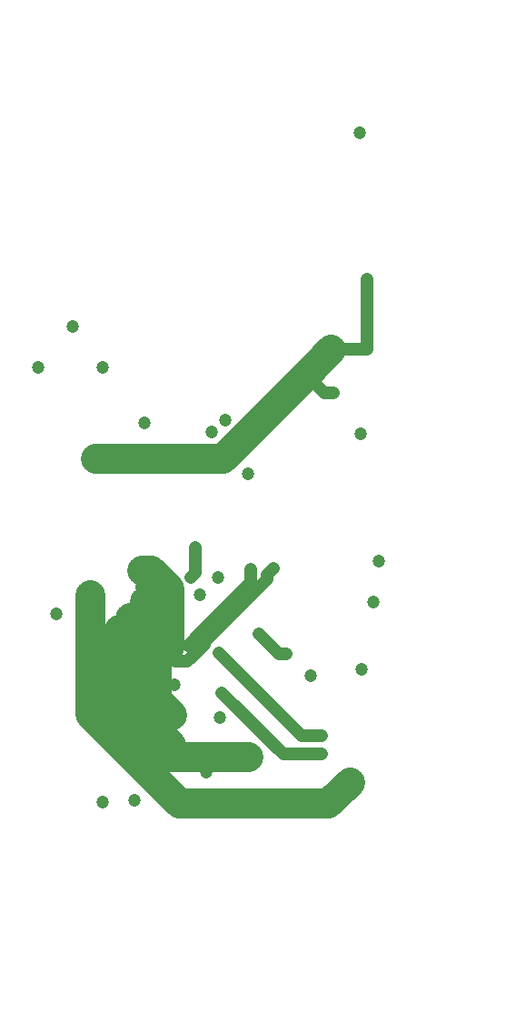
<source format=gbr>
From 0e25682ed73ead8da26ea8659492bd5bce3cfe64 Mon Sep 17 00:00:00 2001
From: jaseg <git@jaseg.net>
Date: Sat, 11 Apr 2020 15:45:32 +0200
Subject: Add gerber export

---
 gerber/remote-B_Cu.gbr | 1204 ++++++++++++++++++++++++++++--------------------
 1 file changed, 707 insertions(+), 497 deletions(-)

(limited to 'gerber/remote-B_Cu.gbr')

diff --git a/gerber/remote-B_Cu.gbr b/gerber/remote-B_Cu.gbr
index 0511342..809f3b7 100644
--- a/gerber/remote-B_Cu.gbr
+++ b/gerber/remote-B_Cu.gbr
@@ -1,12 +1,12 @@
 G04 #@! TF.GenerationSoftware,KiCad,Pcbnew,(5.99.0-52-gefbc802f4)*
-G04 #@! TF.CreationDate,2019-10-28T15:02:11+01:00*
+G04 #@! TF.CreationDate,2019-11-04T16:58:42+01:00*
 G04 #@! TF.ProjectId,remote,72656d6f-7465-42e6-9b69-6361645f7063,rev?*
 G04 #@! TF.SameCoordinates,Original*
 G04 #@! TF.FileFunction,Copper,L2,Bot*
 G04 #@! TF.FilePolarity,Positive*
 %FSLAX46Y46*%
 G04 Gerber Fmt 4.6, Leading zero omitted, Abs format (unit mm)*
-G04 Created by KiCad (PCBNEW (5.99.0-52-gefbc802f4)) date 2019-10-28 15:02:11*
+G04 Created by KiCad (PCBNEW (5.99.0-52-gefbc802f4)) date 2019-11-04 16:58:42*
 %MOMM*%
 %LPD*%
 G04 APERTURE LIST*
@@ -20,10 +20,10 @@ G04 APERTURE LIST*
 %ADD17R,1.700000X1.700000*%
 %ADD18C,1.800000*%
 %ADD19C,1.200000*%
-%ADD20C,2.800000*%
-%ADD21C,0.500000*%
-%ADD22C,0.300000*%
-%ADD23C,1.200000*%
+%ADD20C,0.500000*%
+%ADD21C,1.200000*%
+%ADD22C,2.800000*%
+%ADD23C,0.300000*%
 %ADD24C,0.254000*%
 G04 APERTURE END LIST*
 D10*
@@ -90,175 +90,175 @@ D15*
 X192710000Y-138070000D03*
 X192710000Y-124930000D03*
 D19*
-X181700000Y-107300000D03*
-X163800000Y-123800000D03*
-X166318018Y-130961882D03*
-X171000000Y-131500000D03*
-X168100000Y-130800000D03*
-X164063997Y-110063997D03*
-X168200000Y-113400000D03*
-X155900000Y-127900000D03*
-X160200000Y-145400000D03*
-X163100000Y-145200000D03*
-X169800000Y-142600000D03*
-X171100000Y-137500000D03*
-X166900000Y-134500000D03*
-X170900000Y-124500000D03*
-X169200000Y-126100000D03*
-X179525000Y-133600000D03*
-X174700000Y-129700000D03*
-X177300000Y-131600000D03*
-X184300000Y-133000000D03*
-X185900000Y-123000000D03*
-X185400000Y-126800000D03*
-X184200000Y-111100000D03*
-X184100000Y-83100000D03*
-X157400000Y-101100000D03*
-X160200000Y-104900000D03*
-X154200000Y-104900000D03*
-X170300000Y-110900000D03*
-X171600000Y-109800000D03*
-X173700000Y-114800000D03*
-X163700019Y-136245241D03*
-X162749990Y-128200000D03*
-X164550041Y-125363202D03*
-X163700000Y-129300000D03*
-X161669098Y-129288137D03*
+X176100000Y-123600000D03*
+X174000000Y-123700000D03*
+X180600000Y-140900000D03*
+X180600000Y-139200000D03*
+X171300000Y-135200000D03*
+X168800000Y-121700000D03*
+X168400000Y-124500000D03*
 D12*
-X159000000Y-126100000D03*
+X183200000Y-143500000D03*
+X184850000Y-96750000D03*
+X159500000Y-113400000D03*
 D19*
-X165237067Y-137556111D03*
-X166605670Y-137261219D03*
-X166950011Y-132300000D03*
-X166521759Y-140078241D03*
-X164099049Y-126701216D03*
 X173700000Y-141200000D03*
+X164099049Y-126701216D03*
+X166521759Y-140078241D03*
+X166950011Y-132300000D03*
+X166605670Y-137261219D03*
+X165237067Y-137556111D03*
 D12*
-X159500000Y-113400000D03*
-X184850000Y-96750000D03*
-X183200000Y-143500000D03*
+X159000000Y-126100000D03*
 D19*
-X168400000Y-124500000D03*
-X168800000Y-121700000D03*
-X171300000Y-135200000D03*
-X180600000Y-139200000D03*
-X180600000Y-140900000D03*
-X174000000Y-123700000D03*
-X176100000Y-123600000D03*
+X161669098Y-129288137D03*
+X163700000Y-129300000D03*
+X164550041Y-125363202D03*
+X162749990Y-128200000D03*
+X163700019Y-136245241D03*
+X173700000Y-114800000D03*
+X171600000Y-109800000D03*
+X170300000Y-110900000D03*
+X154200000Y-104900000D03*
+X160200000Y-104900000D03*
+X157400000Y-101100000D03*
+X184100000Y-83100000D03*
+X184200000Y-111100000D03*
+X185400000Y-126800000D03*
+X185900000Y-123000000D03*
+X184300000Y-133000000D03*
+X177300000Y-131600000D03*
+X174700000Y-129700000D03*
+X179525000Y-133600000D03*
+X169200000Y-126100000D03*
+X170900000Y-124500000D03*
+X166900000Y-134500000D03*
+X171100000Y-137500000D03*
+X169800000Y-142600000D03*
+X163100000Y-145200000D03*
+X160200000Y-145400000D03*
+X155900000Y-127900000D03*
+X168200000Y-113400000D03*
+X164063997Y-110063997D03*
+X168100000Y-130800000D03*
+X171000000Y-131500000D03*
+X166318018Y-130961882D03*
+X163800000Y-123800000D03*
+X181700000Y-107300000D03*
 D20*
-X179106499Y-105606499D02*
-X171312998Y-113400000D01*
-X181462998Y-103250000D02*
-X179106499Y-105606499D01*
+X177000000Y-140900000D02*
+X171899999Y-135799999D01*
+X171899999Y-135799999D02*
+X171300000Y-135200000D01*
+X180600000Y-140900000D02*
+X177000000Y-140900000D01*
 D21*
-X180800000Y-107300000D02*
-X179106499Y-105606499D01*
-X181700000Y-107300000D02*
-X180800000Y-107300000D01*
+X168800000Y-121700000D02*
+X168800000Y-124100000D01*
+X168800000Y-124100000D02*
+X168400000Y-124500000D01*
 D22*
-X166318018Y-125469490D02*
-X164648528Y-123800000D01*
-X164648528Y-123800000D02*
-X163800000Y-123800000D01*
-X166318018Y-130961882D02*
-X166318018Y-125469490D01*
-X164650029Y-136969073D02*
-X164650029Y-127252196D01*
-X165237067Y-137556111D02*
-X164650029Y-136969073D01*
-X164650029Y-127252196D02*
-X164099049Y-126701216D01*
-D21*
-X180600000Y-139200000D02*
-X178700000Y-139200000D01*
-X178700000Y-139200000D02*
-X171599999Y-132099999D01*
-X171599999Y-132099999D02*
-X171000000Y-131500000D01*
-X169624998Y-130531998D02*
-X169624998Y-130731998D01*
-X175500001Y-124199999D02*
-X175500001Y-124656995D01*
-X167798539Y-132300000D02*
-X166950011Y-132300000D01*
-X175500001Y-124656995D02*
-X169624998Y-130531998D01*
-X176100000Y-123600000D02*
-X175500001Y-124199999D01*
-X169624998Y-130731998D02*
-X168056996Y-132300000D01*
-X168056996Y-132300000D02*
-X167798539Y-132300000D01*
-X174000000Y-123700000D02*
-X174000000Y-124900000D01*
-X174000000Y-124900000D02*
-X168100000Y-130800000D01*
+X184850000Y-96750000D02*
+X184850000Y-103250000D01*
+X184850000Y-103250000D02*
+X181462998Y-103250000D01*
+D23*
+X161669098Y-136569098D02*
+X161669098Y-130136665D01*
+X161669098Y-130136665D02*
+X161669098Y-129288137D01*
+X166300000Y-141200000D02*
+X161669098Y-136569098D01*
+X173700000Y-141200000D02*
+X166300000Y-141200000D01*
+X163700000Y-136245222D02*
+X163700019Y-136245241D01*
+X163700000Y-129300000D02*
+X163700000Y-136245222D01*
+X165921760Y-139478242D02*
+X165557689Y-139478242D01*
+X166521759Y-140078241D02*
+X165921760Y-139478242D01*
+X165557689Y-139478242D02*
+X162749990Y-136670543D01*
+X162749990Y-136670543D02*
+X162749990Y-129048528D01*
+X162749990Y-129048528D02*
+X162749990Y-128200000D01*
+X165150040Y-125963201D02*
+X164550041Y-125363202D01*
+X166605670Y-137261219D02*
+X165150040Y-135805589D01*
+X165150040Y-135805589D02*
+X165150040Y-125963201D01*
 D20*
-X168200000Y-113400000D02*
-X159500000Y-113400000D01*
-X171312998Y-113400000D02*
-X168200000Y-113400000D01*
-X181200000Y-145500000D02*
-X167300000Y-145500000D01*
-X183200000Y-143500000D02*
-X181200000Y-145500000D01*
-X167300000Y-145500000D02*
-X159000000Y-137200000D01*
-X159000000Y-137200000D02*
-X159000000Y-127514213D01*
-X159000000Y-127514213D02*
-X159000000Y-126100000D01*
-D21*
-X176600000Y-131600000D02*
-X174700000Y-129700000D01*
 X177300000Y-131600000D02*
 X176600000Y-131600000D01*
+X176600000Y-131600000D02*
+X174700000Y-129700000D01*
 D22*
-X165150040Y-135805589D02*
-X165150040Y-125963201D01*
-X166605670Y-137261219D02*
-X165150040Y-135805589D01*
-X165150040Y-125963201D02*
-X164550041Y-125363202D01*
-X162749990Y-129048528D02*
-X162749990Y-128200000D01*
-X162749990Y-136670543D02*
-X162749990Y-129048528D01*
-X165557689Y-139478242D02*
-X162749990Y-136670543D01*
-X166521759Y-140078241D02*
-X165921760Y-139478242D01*
-X165921760Y-139478242D02*
-X165557689Y-139478242D01*
-X163700000Y-129300000D02*
-X163700000Y-136245222D01*
-X163700000Y-136245222D02*
-X163700019Y-136245241D01*
-X173700000Y-141200000D02*
-X166300000Y-141200000D01*
-X166300000Y-141200000D02*
-X161669098Y-136569098D01*
-X161669098Y-130136665D02*
-X161669098Y-129288137D01*
-X161669098Y-136569098D02*
-X161669098Y-130136665D01*
+X159000000Y-127514213D02*
+X159000000Y-126100000D01*
+X159000000Y-137200000D02*
+X159000000Y-127514213D01*
+X167300000Y-145500000D02*
+X159000000Y-137200000D01*
+X183200000Y-143500000D02*
+X181200000Y-145500000D01*
+X181200000Y-145500000D02*
+X167300000Y-145500000D01*
+X171312998Y-113400000D02*
+X168200000Y-113400000D01*
+X168200000Y-113400000D02*
+X159500000Y-113400000D01*
 D20*
-X184850000Y-103250000D02*
-X181462998Y-103250000D01*
-X184850000Y-96750000D02*
-X184850000Y-103250000D01*
+X174000000Y-124900000D02*
+X168100000Y-130800000D01*
+X174000000Y-123700000D02*
+X174000000Y-124900000D01*
+X168056996Y-132300000D02*
+X167798539Y-132300000D01*
+X169624998Y-130731998D02*
+X168056996Y-132300000D01*
+X176100000Y-123600000D02*
+X175500001Y-124199999D01*
+X175500001Y-124656995D02*
+X169624998Y-130531998D01*
+X167798539Y-132300000D02*
+X166950011Y-132300000D01*
+X175500001Y-124199999D02*
+X175500001Y-124656995D01*
+X169624998Y-130531998D02*
+X169624998Y-130731998D01*
+X171599999Y-132099999D02*
+X171000000Y-131500000D01*
+X178700000Y-139200000D02*
+X171599999Y-132099999D01*
+X180600000Y-139200000D02*
+X178700000Y-139200000D01*
 D23*
-X168800000Y-124100000D02*
-X168400000Y-124500000D01*
-X168800000Y-121700000D02*
-X168800000Y-124100000D01*
-D21*
-X180600000Y-140900000D02*
-X177000000Y-140900000D01*
-X171899999Y-135799999D02*
-X171300000Y-135200000D01*
-X177000000Y-140900000D02*
-X171899999Y-135799999D01*
+X164650029Y-127252196D02*
+X164099049Y-126701216D01*
+X165237067Y-137556111D02*
+X164650029Y-136969073D01*
+X164650029Y-136969073D02*
+X164650029Y-127252196D01*
+X166318018Y-130961882D02*
+X166318018Y-125469490D01*
+X164648528Y-123800000D02*
+X163800000Y-123800000D01*
+X166318018Y-125469490D02*
+X164648528Y-123800000D01*
+D20*
+X181700000Y-107300000D02*
+X180800000Y-107300000D01*
+X180800000Y-107300000D02*
+X179106499Y-105606499D01*
+D22*
+X181462998Y-103250000D02*
+X179106499Y-105606499D01*
+X179106499Y-105606499D02*
+X171312998Y-113400000D01*
 D24*
 G36*
 X191513768Y-73156514D02*
@@ -301,21 +301,21 @@ X157344663Y-161791507D01*
 X157432702Y-161499906D01*
 X157480456Y-161198399D01*
 X157481183Y-161128898D01*
-X179764496Y-161128898D01*
-X179802672Y-161431098D01*
-X179881510Y-161725321D01*
-X179999547Y-162006122D01*
-X180154602Y-162268307D01*
-X180343805Y-162507021D01*
-X180563655Y-162717849D01*
-X180810083Y-162896890D01*
-X181078530Y-163040830D01*
-X181364028Y-163147006D01*
-X181661294Y-163213452D01*
-X181964828Y-163238941D01*
-X182269012Y-163223000D01*
-X182568220Y-163165923D01*
-X182853247Y-163070000D01*
+X180014496Y-161128898D01*
+X180052672Y-161431098D01*
+X180131510Y-161725321D01*
+X180249547Y-162006122D01*
+X180404602Y-162268307D01*
+X180593805Y-162507021D01*
+X180813655Y-162717849D01*
+X181060083Y-162896890D01*
+X181328530Y-163040830D01*
+X181614028Y-163147006D01*
+X181911294Y-163213452D01*
+X182214828Y-163238941D01*
+X182519012Y-163223000D01*
+X182818220Y-163165923D01*
+X183103247Y-163070000D01*
 X190570789Y-163070000D01*
 X190591608Y-163367721D01*
 X190653658Y-163659646D01*
@@ -344,16 +344,16 @@ X190755734Y-162199905D01*
 X190653658Y-162480354D01*
 X190591608Y-162772279D01*
 X190570789Y-163070000D01*
-X182853247Y-163070000D01*
-X182856911Y-163068767D01*
-X183129747Y-162933330D01*
-X183381678Y-162762119D01*
-X183608041Y-162558300D01*
-X183804649Y-162325646D01*
-X183967863Y-162068463D01*
-X184094663Y-161791507D01*
-X184182702Y-161499906D01*
-X184187390Y-161470307D01*
+X183103247Y-163070000D01*
+X183106911Y-163068767D01*
+X183379747Y-162933330D01*
+X183631678Y-162762119D01*
+X183858041Y-162558300D01*
+X184054649Y-162325646D01*
+X184217863Y-162068463D01*
+X184344663Y-161791507D01*
+X184432702Y-161499906D01*
+X184437390Y-161470307D01*
 X191291326Y-161470307D01*
 X192710000Y-162888981D01*
 X194139106Y-161459875D01*
@@ -367,16 +367,16 @@ X192048948Y-161035489D01*
 X191772231Y-161147290D01*
 X191513768Y-161296514D01*
 X191291326Y-161470307D01*
-X184187390Y-161470307D01*
-X184230456Y-161198399D01*
-X184234122Y-160848356D01*
-X184192692Y-160545916D01*
-X184110780Y-160252534D01*
-X183989808Y-159972984D01*
-X183832015Y-159712438D01*
-X183640323Y-159475718D01*
-X183418277Y-159267204D01*
-X183308201Y-159188976D01*
+X184437390Y-161470307D01*
+X184480456Y-161198399D01*
+X184484122Y-160848356D01*
+X184442692Y-160545916D01*
+X184360780Y-160252534D01*
+X184239808Y-159972984D01*
+X184082015Y-159712438D01*
+X183890323Y-159475718D01*
+X183668277Y-159267204D01*
+X183558201Y-159188976D01*
 X188558163Y-159188976D01*
 X188558163Y-160816588D01*
 X188638795Y-161117512D01*
@@ -443,24 +443,24 @@ X188882489Y-158638795D01*
 X188706835Y-158786185D01*
 X188595044Y-158979814D01*
 X188558163Y-159188976D01*
-X183308201Y-159188976D01*
-X183169988Y-159090753D01*
-X182900049Y-158949633D01*
-X182613454Y-158846452D01*
-X182315509Y-158783121D01*
-X182011724Y-158760813D01*
-X181707723Y-158779939D01*
-X181409131Y-158840147D01*
-X181121472Y-158940319D01*
-X180850070Y-159078606D01*
-X180599946Y-159252446D01*
-X180375729Y-159458624D01*
-X180181568Y-159693324D01*
-X180021057Y-159952203D01*
-X179897163Y-160230471D01*
-X179812183Y-160522979D01*
-X179767685Y-160824313D01*
-X179764496Y-161128898D01*
+X183558201Y-159188976D01*
+X183419988Y-159090753D01*
+X183150049Y-158949633D01*
+X182863454Y-158846452D01*
+X182565509Y-158783121D01*
+X182261724Y-158760813D01*
+X181957723Y-158779939D01*
+X181659131Y-158840147D01*
+X181371472Y-158940319D01*
+X181100070Y-159078606D01*
+X180849946Y-159252446D01*
+X180625729Y-159458624D01*
+X180431568Y-159693324D01*
+X180271057Y-159952203D01*
+X180147163Y-160230471D01*
+X180062183Y-160522979D01*
+X180017685Y-160824313D01*
+X180014496Y-161128898D01*
 X157481183Y-161128898D01*
 X157484122Y-160848356D01*
 X157442692Y-160545916D01*
@@ -691,6 +691,55 @@ X166906835Y-148236185D01*
 X166795044Y-148429814D01*
 X166758163Y-148638976D01*
 X151884000Y-148638976D01*
+X151884000Y-144128898D01*
+X153014496Y-144128898D01*
+X153052672Y-144431098D01*
+X153131510Y-144725321D01*
+X153249547Y-145006122D01*
+X153404602Y-145268307D01*
+X153593805Y-145507021D01*
+X153813655Y-145717849D01*
+X154060083Y-145896890D01*
+X154328530Y-146040830D01*
+X154614028Y-146147006D01*
+X154911294Y-146213452D01*
+X155214828Y-146238941D01*
+X155519012Y-146223000D01*
+X155818220Y-146165923D01*
+X156106911Y-146068767D01*
+X156379747Y-145933330D01*
+X156631678Y-145762119D01*
+X156858041Y-145558300D01*
+X157054649Y-145325646D01*
+X157217863Y-145068463D01*
+X157344663Y-144791507D01*
+X157432702Y-144499906D01*
+X157480456Y-144198399D01*
+X157484122Y-143848356D01*
+X157442692Y-143545916D01*
+X157360780Y-143252534D01*
+X157239808Y-142972984D01*
+X157082015Y-142712438D01*
+X156890323Y-142475718D01*
+X156668277Y-142267204D01*
+X156419988Y-142090753D01*
+X156150049Y-141949633D01*
+X155863454Y-141846452D01*
+X155565509Y-141783121D01*
+X155261724Y-141760813D01*
+X154957723Y-141779939D01*
+X154659131Y-141840147D01*
+X154371472Y-141940319D01*
+X154100070Y-142078606D01*
+X153849946Y-142252446D01*
+X153625729Y-142458624D01*
+X153431568Y-142693324D01*
+X153271057Y-142952203D01*
+X153147163Y-143230471D01*
+X153062183Y-143522979D01*
+X153017685Y-143824313D01*
+X153014496Y-144128898D01*
+X151884000Y-144128898D01*
 X151884000Y-137114482D01*
 X156959579Y-137114482D01*
 X156966000Y-137250632D01*
@@ -748,6 +797,55 @@ X182655373Y-146921136D01*
 X184703323Y-144873186D01*
 X184876960Y-144665519D01*
 X185056853Y-144350134D01*
+X185135197Y-144128898D01*
+X193014496Y-144128898D01*
+X193052672Y-144431098D01*
+X193131510Y-144725321D01*
+X193249547Y-145006122D01*
+X193404602Y-145268307D01*
+X193593805Y-145507021D01*
+X193813655Y-145717849D01*
+X194060083Y-145896890D01*
+X194328530Y-146040830D01*
+X194614028Y-146147006D01*
+X194911294Y-146213452D01*
+X195214828Y-146238941D01*
+X195519012Y-146223000D01*
+X195818220Y-146165923D01*
+X196106911Y-146068767D01*
+X196379747Y-145933330D01*
+X196631678Y-145762119D01*
+X196858041Y-145558300D01*
+X197054649Y-145325646D01*
+X197217863Y-145068463D01*
+X197344663Y-144791507D01*
+X197432702Y-144499906D01*
+X197480456Y-144198399D01*
+X197484122Y-143848356D01*
+X197442692Y-143545916D01*
+X197360780Y-143252534D01*
+X197239808Y-142972984D01*
+X197082015Y-142712438D01*
+X196890323Y-142475718D01*
+X196668277Y-142267204D01*
+X196419988Y-142090753D01*
+X196150049Y-141949633D01*
+X195863454Y-141846452D01*
+X195565509Y-141783121D01*
+X195261724Y-141760813D01*
+X194957723Y-141779939D01*
+X194659131Y-141840147D01*
+X194371472Y-141940319D01*
+X194100070Y-142078606D01*
+X193849946Y-142252446D01*
+X193625729Y-142458624D01*
+X193431568Y-142693324D01*
+X193271057Y-142952203D01*
+X193147163Y-143230471D01*
+X193062183Y-143522979D01*
+X193017685Y-143824313D01*
+X193014496Y-144128898D01*
+X185135197Y-144128898D01*
 X185178053Y-144007879D01*
 X185236728Y-143649569D01*
 X185231025Y-143286531D01*
@@ -1676,6 +1774,55 @@ X152485756Y-121542582D01*
 X152252475Y-121658130D01*
 X152056672Y-121800652D01*
 X151884000Y-121800652D01*
+X151884000Y-119128898D01*
+X193014496Y-119128898D01*
+X193052672Y-119431098D01*
+X193131510Y-119725321D01*
+X193249547Y-120006122D01*
+X193404602Y-120268307D01*
+X193593805Y-120507021D01*
+X193813655Y-120717849D01*
+X194060083Y-120896890D01*
+X194328530Y-121040830D01*
+X194614028Y-121147006D01*
+X194911294Y-121213452D01*
+X195214828Y-121238941D01*
+X195519012Y-121223000D01*
+X195818220Y-121165923D01*
+X196106911Y-121068767D01*
+X196379747Y-120933330D01*
+X196631678Y-120762119D01*
+X196858041Y-120558300D01*
+X197054649Y-120325646D01*
+X197217863Y-120068463D01*
+X197344663Y-119791507D01*
+X197432702Y-119499906D01*
+X197480456Y-119198399D01*
+X197484122Y-118848356D01*
+X197442692Y-118545916D01*
+X197360780Y-118252534D01*
+X197239808Y-117972984D01*
+X197082015Y-117712438D01*
+X196890323Y-117475718D01*
+X196668277Y-117267204D01*
+X196419988Y-117090753D01*
+X196150049Y-116949633D01*
+X195863454Y-116846452D01*
+X195565509Y-116783121D01*
+X195261724Y-116760813D01*
+X194957723Y-116779939D01*
+X194659131Y-116840147D01*
+X194371472Y-116940319D01*
+X194100070Y-117078606D01*
+X193849946Y-117252446D01*
+X193625729Y-117458624D01*
+X193431568Y-117693324D01*
+X193271057Y-117952203D01*
+X193147163Y-118230471D01*
+X193062183Y-118522979D01*
+X193017685Y-118824313D01*
+X193014496Y-119128898D01*
+X151884000Y-119128898D01*
 X151884000Y-118109459D01*
 X170521560Y-118109459D01*
 X170876235Y-118320887D01*
@@ -2370,7 +2517,59 @@ X163744835Y-103824185D01*
 X163633044Y-104017814D01*
 X163596163Y-104226976D01*
 X151884000Y-104226976D01*
-X151884000Y-89669693D01*
+X151884000Y-98126000D01*
+X180552191Y-98126000D01*
+X181876000Y-96802191D01*
+X181876000Y-94128898D01*
+X193014496Y-94128898D01*
+X193052672Y-94431098D01*
+X193131510Y-94725321D01*
+X193249547Y-95006122D01*
+X193404602Y-95268307D01*
+X193593805Y-95507021D01*
+X193813655Y-95717849D01*
+X194060083Y-95896890D01*
+X194328530Y-96040830D01*
+X194614028Y-96147006D01*
+X194911294Y-96213452D01*
+X195214828Y-96238941D01*
+X195519012Y-96223000D01*
+X195818220Y-96165923D01*
+X196106911Y-96068767D01*
+X196379747Y-95933330D01*
+X196631678Y-95762119D01*
+X196858041Y-95558300D01*
+X197054649Y-95325646D01*
+X197217863Y-95068463D01*
+X197344663Y-94791507D01*
+X197432702Y-94499906D01*
+X197480456Y-94198399D01*
+X197484122Y-93848356D01*
+X197442692Y-93545916D01*
+X197360780Y-93252534D01*
+X197239808Y-92972984D01*
+X197082015Y-92712438D01*
+X196890323Y-92475718D01*
+X196668277Y-92267204D01*
+X196419988Y-92090753D01*
+X196150049Y-91949633D01*
+X195863454Y-91846452D01*
+X195565509Y-91783121D01*
+X195261724Y-91760813D01*
+X194957723Y-91779939D01*
+X194659131Y-91840147D01*
+X194371472Y-91940319D01*
+X194100070Y-92078606D01*
+X193849946Y-92252446D01*
+X193625729Y-92458624D01*
+X193431568Y-92693324D01*
+X193271057Y-92952203D01*
+X193147163Y-93230471D01*
+X193062183Y-93522979D01*
+X193017685Y-93824313D01*
+X193014496Y-94128898D01*
+X181876000Y-94128898D01*
+X181876000Y-89669693D01*
 X191291326Y-89669693D01*
 X191513768Y-89843486D01*
 X191772231Y-89992710D01*
@@ -2384,8 +2583,8 @@ X193779606Y-89922611D01*
 X194139106Y-89680125D01*
 X192710000Y-88251019D01*
 X191291326Y-89669693D01*
-X151884000Y-89669693D01*
-X151884000Y-88070000D01*
+X181876000Y-89669693D01*
+X181876000Y-88070000D01*
 X190570789Y-88070000D01*
 X190591608Y-88367721D01*
 X190653658Y-88659646D01*
@@ -2414,8 +2613,8 @@ X190755734Y-87199905D01*
 X190653658Y-87480354D01*
 X190591608Y-87772279D01*
 X190570789Y-88070000D01*
-X151884000Y-88070000D01*
-X151884000Y-86470307D01*
+X181876000Y-88070000D01*
+X181876000Y-86470307D01*
 X191291326Y-86470307D01*
 X192710000Y-87888981D01*
 X194139106Y-86459875D01*
@@ -2429,8 +2628,8 @@ X192048948Y-86035489D01*
 X191772231Y-86147290D01*
 X191513768Y-86296514D01*
 X191291326Y-86470307D01*
-X151884000Y-86470307D01*
-X151884000Y-84188976D01*
+X181876000Y-86470307D01*
+X181876000Y-84188976D01*
 X188558163Y-84188976D01*
 X188558163Y-85816588D01*
 X188638795Y-86117512D01*
@@ -2497,53 +2696,12 @@ X188882489Y-83638795D01*
 X188706835Y-83786185D01*
 X188595044Y-83979814D01*
 X188558163Y-84188976D01*
-X151884000Y-84188976D01*
-X151884000Y-77128898D01*
-X153014496Y-77128898D01*
-X153052672Y-77431098D01*
-X153131510Y-77725321D01*
-X153249547Y-78006122D01*
-X153404602Y-78268307D01*
-X153593805Y-78507021D01*
-X153813655Y-78717849D01*
-X154060083Y-78896890D01*
-X154328530Y-79040830D01*
-X154614028Y-79147006D01*
-X154911294Y-79213452D01*
-X155214828Y-79238941D01*
-X155519012Y-79223000D01*
-X155818220Y-79165923D01*
-X156106911Y-79068767D01*
-X156379747Y-78933330D01*
-X156631678Y-78762119D01*
-X156858041Y-78558300D01*
-X157054649Y-78325646D01*
-X157217863Y-78068463D01*
-X157344663Y-77791507D01*
-X157432702Y-77499906D01*
-X157480456Y-77198399D01*
-X157481183Y-77128898D01*
-X179764496Y-77128898D01*
-X179802672Y-77431098D01*
-X179881510Y-77725321D01*
-X179999547Y-78006122D01*
-X180154602Y-78268307D01*
-X180343805Y-78507021D01*
-X180563655Y-78717849D01*
-X180810083Y-78896890D01*
-X181078530Y-79040830D01*
-X181364028Y-79147006D01*
-X181661294Y-79213452D01*
-X181964828Y-79238941D01*
-X182269012Y-79223000D01*
-X182568220Y-79165923D01*
-X182856911Y-79068767D01*
-X183129747Y-78933330D01*
-X183381678Y-78762119D01*
-X183608041Y-78558300D01*
-X183804649Y-78325646D01*
-X183967863Y-78068463D01*
-X184056647Y-77874541D01*
+X181876000Y-84188976D01*
+X181876000Y-83802190D01*
+X183552190Y-82126000D01*
+X186302191Y-82126000D01*
+X187126000Y-81302191D01*
+X187126000Y-77874541D01*
 X188566000Y-77874541D01*
 X188566000Y-78125459D01*
 X188609571Y-78372564D01*
@@ -2565,11 +2723,8 @@ X188883982Y-77065001D01*
 X188695391Y-77391651D01*
 X188609571Y-77627436D01*
 X188566000Y-77874541D01*
-X184056647Y-77874541D01*
-X184094663Y-77791507D01*
-X184182702Y-77499906D01*
-X184230456Y-77198399D01*
-X184233748Y-76883982D01*
+X187126000Y-77874541D01*
+X187126000Y-76883982D01*
 X189065001Y-76883982D01*
 X190000000Y-77818981D01*
 X190934999Y-76883982D01*
@@ -2580,10 +2735,8 @@ X189874541Y-76566000D01*
 X189627436Y-76609571D01*
 X189391651Y-76695391D01*
 X189065001Y-76883982D01*
-X184233748Y-76883982D01*
-X184234122Y-76848356D01*
-X184192692Y-76545916D01*
-X184188163Y-76529693D01*
+X187126000Y-76883982D01*
+X187126000Y-76529693D01*
 X191291326Y-76529693D01*
 X191513768Y-76703486D01*
 X191772231Y-76852710D01*
@@ -2597,15 +2750,8 @@ X193779606Y-76782611D01*
 X194139106Y-76540125D01*
 X192710000Y-75111019D01*
 X191291326Y-76529693D01*
-X184188163Y-76529693D01*
-X184110780Y-76252534D01*
-X183989808Y-75972984D01*
-X183832015Y-75712438D01*
-X183640323Y-75475718D01*
-X183418277Y-75267204D01*
-X183169988Y-75090753D01*
-X182900049Y-74949633D01*
-X182845517Y-74930000D01*
+X187126000Y-76529693D01*
+X187126000Y-74930000D01*
 X190570789Y-74930000D01*
 X190591608Y-75227721D01*
 X190653658Y-75519646D01*
@@ -2634,49 +2780,8 @@ X190755734Y-74059905D01*
 X190653658Y-74340354D01*
 X190591608Y-74632279D01*
 X190570789Y-74930000D01*
-X182845517Y-74930000D01*
-X182613454Y-74846452D01*
-X182315509Y-74783121D01*
-X182011724Y-74760813D01*
-X181707723Y-74779939D01*
-X181409131Y-74840147D01*
-X181121472Y-74940319D01*
-X180850070Y-75078606D01*
-X180599946Y-75252446D01*
-X180375729Y-75458624D01*
-X180181568Y-75693324D01*
-X180021057Y-75952203D01*
-X179897163Y-76230471D01*
-X179812183Y-76522979D01*
-X179767685Y-76824313D01*
-X179764496Y-77128898D01*
-X157481183Y-77128898D01*
-X157484122Y-76848356D01*
-X157442692Y-76545916D01*
-X157360780Y-76252534D01*
-X157239808Y-75972984D01*
-X157082015Y-75712438D01*
-X156890323Y-75475718D01*
-X156668277Y-75267204D01*
-X156419988Y-75090753D01*
-X156150049Y-74949633D01*
-X155863454Y-74846452D01*
-X155565509Y-74783121D01*
-X155261724Y-74760813D01*
-X154957723Y-74779939D01*
-X154659131Y-74840147D01*
-X154371472Y-74940319D01*
-X154100070Y-75078606D01*
-X153849946Y-75252446D01*
-X153625729Y-75458624D01*
-X153431568Y-75693324D01*
-X153271057Y-75952203D01*
-X153147163Y-76230471D01*
-X153062183Y-76522979D01*
-X153017685Y-76824313D01*
-X153014496Y-77128898D01*
-X151884000Y-77128898D01*
-X151884000Y-73134000D01*
+X187126000Y-74930000D01*
+X187126000Y-73134000D01*
 X191552763Y-73134000D01*
 X191513768Y-73156514D01*
 X191513768Y-73156514D01*
@@ -2720,21 +2825,21 @@ X157344663Y-161791507D01*
 X157432702Y-161499906D01*
 X157480456Y-161198399D01*
 X157481183Y-161128898D01*
-X179764496Y-161128898D01*
-X179802672Y-161431098D01*
-X179881510Y-161725321D01*
-X179999547Y-162006122D01*
-X180154602Y-162268307D01*
-X180343805Y-162507021D01*
-X180563655Y-162717849D01*
-X180810083Y-162896890D01*
-X181078530Y-163040830D01*
-X181364028Y-163147006D01*
-X181661294Y-163213452D01*
-X181964828Y-163238941D01*
-X182269012Y-163223000D01*
-X182568220Y-163165923D01*
-X182853247Y-163070000D01*
+X180014496Y-161128898D01*
+X180052672Y-161431098D01*
+X180131510Y-161725321D01*
+X180249547Y-162006122D01*
+X180404602Y-162268307D01*
+X180593805Y-162507021D01*
+X180813655Y-162717849D01*
+X181060083Y-162896890D01*
+X181328530Y-163040830D01*
+X181614028Y-163147006D01*
+X181911294Y-163213452D01*
+X182214828Y-163238941D01*
+X182519012Y-163223000D01*
+X182818220Y-163165923D01*
+X183103247Y-163070000D01*
 X190570789Y-163070000D01*
 X190591608Y-163367721D01*
 X190653658Y-163659646D01*
@@ -2763,16 +2868,16 @@ X190755734Y-162199905D01*
 X190653658Y-162480354D01*
 X190591608Y-162772279D01*
 X190570789Y-163070000D01*
-X182853247Y-163070000D01*
-X182856911Y-163068767D01*
-X183129747Y-162933330D01*
-X183381678Y-162762119D01*
-X183608041Y-162558300D01*
-X183804649Y-162325646D01*
-X183967863Y-162068463D01*
-X184094663Y-161791507D01*
-X184182702Y-161499906D01*
-X184187390Y-161470307D01*
+X183103247Y-163070000D01*
+X183106911Y-163068767D01*
+X183379747Y-162933330D01*
+X183631678Y-162762119D01*
+X183858041Y-162558300D01*
+X184054649Y-162325646D01*
+X184217863Y-162068463D01*
+X184344663Y-161791507D01*
+X184432702Y-161499906D01*
+X184437390Y-161470307D01*
 X191291326Y-161470307D01*
 X192710000Y-162888981D01*
 X194139106Y-161459875D01*
@@ -2786,16 +2891,16 @@ X192048948Y-161035489D01*
 X191772231Y-161147290D01*
 X191513768Y-161296514D01*
 X191291326Y-161470307D01*
-X184187390Y-161470307D01*
-X184230456Y-161198399D01*
-X184234122Y-160848356D01*
-X184192692Y-160545916D01*
-X184110780Y-160252534D01*
-X183989808Y-159972984D01*
-X183832015Y-159712438D01*
-X183640323Y-159475718D01*
-X183418277Y-159267204D01*
-X183308201Y-159188976D01*
+X184437390Y-161470307D01*
+X184480456Y-161198399D01*
+X184484122Y-160848356D01*
+X184442692Y-160545916D01*
+X184360780Y-160252534D01*
+X184239808Y-159972984D01*
+X184082015Y-159712438D01*
+X183890323Y-159475718D01*
+X183668277Y-159267204D01*
+X183558201Y-159188976D01*
 X188558163Y-159188976D01*
 X188558163Y-160816588D01*
 X188638795Y-161117512D01*
@@ -2862,24 +2967,24 @@ X188882489Y-158638795D01*
 X188706835Y-158786185D01*
 X188595044Y-158979814D01*
 X188558163Y-159188976D01*
-X183308201Y-159188976D01*
-X183169988Y-159090753D01*
-X182900049Y-158949633D01*
-X182613454Y-158846452D01*
-X182315509Y-158783121D01*
-X182011724Y-158760813D01*
-X181707723Y-158779939D01*
-X181409131Y-158840147D01*
-X181121472Y-158940319D01*
-X180850070Y-159078606D01*
-X180599946Y-159252446D01*
-X180375729Y-159458624D01*
-X180181568Y-159693324D01*
-X180021057Y-159952203D01*
-X179897163Y-160230471D01*
-X179812183Y-160522979D01*
-X179767685Y-160824313D01*
-X179764496Y-161128898D01*
+X183558201Y-159188976D01*
+X183419988Y-159090753D01*
+X183150049Y-158949633D01*
+X182863454Y-158846452D01*
+X182565509Y-158783121D01*
+X182261724Y-158760813D01*
+X181957723Y-158779939D01*
+X181659131Y-158840147D01*
+X181371472Y-158940319D01*
+X181100070Y-159078606D01*
+X180849946Y-159252446D01*
+X180625729Y-159458624D01*
+X180431568Y-159693324D01*
+X180271057Y-159952203D01*
+X180147163Y-160230471D01*
+X180062183Y-160522979D01*
+X180017685Y-160824313D01*
+X180014496Y-161128898D01*
 X157481183Y-161128898D01*
 X157484122Y-160848356D01*
 X157442692Y-160545916D01*
@@ -3110,6 +3215,55 @@ X166906835Y-148236185D01*
 X166795044Y-148429814D01*
 X166758163Y-148638976D01*
 X151884000Y-148638976D01*
+X151884000Y-144128898D01*
+X153014496Y-144128898D01*
+X153052672Y-144431098D01*
+X153131510Y-144725321D01*
+X153249547Y-145006122D01*
+X153404602Y-145268307D01*
+X153593805Y-145507021D01*
+X153813655Y-145717849D01*
+X154060083Y-145896890D01*
+X154328530Y-146040830D01*
+X154614028Y-146147006D01*
+X154911294Y-146213452D01*
+X155214828Y-146238941D01*
+X155519012Y-146223000D01*
+X155818220Y-146165923D01*
+X156106911Y-146068767D01*
+X156379747Y-145933330D01*
+X156631678Y-145762119D01*
+X156858041Y-145558300D01*
+X157054649Y-145325646D01*
+X157217863Y-145068463D01*
+X157344663Y-144791507D01*
+X157432702Y-144499906D01*
+X157480456Y-144198399D01*
+X157484122Y-143848356D01*
+X157442692Y-143545916D01*
+X157360780Y-143252534D01*
+X157239808Y-142972984D01*
+X157082015Y-142712438D01*
+X156890323Y-142475718D01*
+X156668277Y-142267204D01*
+X156419988Y-142090753D01*
+X156150049Y-141949633D01*
+X155863454Y-141846452D01*
+X155565509Y-141783121D01*
+X155261724Y-141760813D01*
+X154957723Y-141779939D01*
+X154659131Y-141840147D01*
+X154371472Y-141940319D01*
+X154100070Y-142078606D01*
+X153849946Y-142252446D01*
+X153625729Y-142458624D01*
+X153431568Y-142693324D01*
+X153271057Y-142952203D01*
+X153147163Y-143230471D01*
+X153062183Y-143522979D01*
+X153017685Y-143824313D01*
+X153014496Y-144128898D01*
+X151884000Y-144128898D01*
 X151884000Y-137114482D01*
 X156959579Y-137114482D01*
 X156966000Y-137250632D01*
@@ -3167,6 +3321,55 @@ X182655373Y-146921136D01*
 X184703323Y-144873186D01*
 X184876960Y-144665519D01*
 X185056853Y-144350134D01*
+X185135197Y-144128898D01*
+X193014496Y-144128898D01*
+X193052672Y-144431098D01*
+X193131510Y-144725321D01*
+X193249547Y-145006122D01*
+X193404602Y-145268307D01*
+X193593805Y-145507021D01*
+X193813655Y-145717849D01*
+X194060083Y-145896890D01*
+X194328530Y-146040830D01*
+X194614028Y-146147006D01*
+X194911294Y-146213452D01*
+X195214828Y-146238941D01*
+X195519012Y-146223000D01*
+X195818220Y-146165923D01*
+X196106911Y-146068767D01*
+X196379747Y-145933330D01*
+X196631678Y-145762119D01*
+X196858041Y-145558300D01*
+X197054649Y-145325646D01*
+X197217863Y-145068463D01*
+X197344663Y-144791507D01*
+X197432702Y-144499906D01*
+X197480456Y-144198399D01*
+X197484122Y-143848356D01*
+X197442692Y-143545916D01*
+X197360780Y-143252534D01*
+X197239808Y-142972984D01*
+X197082015Y-142712438D01*
+X196890323Y-142475718D01*
+X196668277Y-142267204D01*
+X196419988Y-142090753D01*
+X196150049Y-141949633D01*
+X195863454Y-141846452D01*
+X195565509Y-141783121D01*
+X195261724Y-141760813D01*
+X194957723Y-141779939D01*
+X194659131Y-141840147D01*
+X194371472Y-141940319D01*
+X194100070Y-142078606D01*
+X193849946Y-142252446D01*
+X193625729Y-142458624D01*
+X193431568Y-142693324D01*
+X193271057Y-142952203D01*
+X193147163Y-143230471D01*
+X193062183Y-143522979D01*
+X193017685Y-143824313D01*
+X193014496Y-144128898D01*
+X185135197Y-144128898D01*
 X185178053Y-144007879D01*
 X185236728Y-143649569D01*
 X185231025Y-143286531D01*
@@ -4095,6 +4298,55 @@ X152485756Y-121542582D01*
 X152252475Y-121658130D01*
 X152056672Y-121800652D01*
 X151884000Y-121800652D01*
+X151884000Y-119128898D01*
+X193014496Y-119128898D01*
+X193052672Y-119431098D01*
+X193131510Y-119725321D01*
+X193249547Y-120006122D01*
+X193404602Y-120268307D01*
+X193593805Y-120507021D01*
+X193813655Y-120717849D01*
+X194060083Y-120896890D01*
+X194328530Y-121040830D01*
+X194614028Y-121147006D01*
+X194911294Y-121213452D01*
+X195214828Y-121238941D01*
+X195519012Y-121223000D01*
+X195818220Y-121165923D01*
+X196106911Y-121068767D01*
+X196379747Y-120933330D01*
+X196631678Y-120762119D01*
+X196858041Y-120558300D01*
+X197054649Y-120325646D01*
+X197217863Y-120068463D01*
+X197344663Y-119791507D01*
+X197432702Y-119499906D01*
+X197480456Y-119198399D01*
+X197484122Y-118848356D01*
+X197442692Y-118545916D01*
+X197360780Y-118252534D01*
+X197239808Y-117972984D01*
+X197082015Y-117712438D01*
+X196890323Y-117475718D01*
+X196668277Y-117267204D01*
+X196419988Y-117090753D01*
+X196150049Y-116949633D01*
+X195863454Y-116846452D01*
+X195565509Y-116783121D01*
+X195261724Y-116760813D01*
+X194957723Y-116779939D01*
+X194659131Y-116840147D01*
+X194371472Y-116940319D01*
+X194100070Y-117078606D01*
+X193849946Y-117252446D01*
+X193625729Y-117458624D01*
+X193431568Y-117693324D01*
+X193271057Y-117952203D01*
+X193147163Y-118230471D01*
+X193062183Y-118522979D01*
+X193017685Y-118824313D01*
+X193014496Y-119128898D01*
+X151884000Y-119128898D01*
 X151884000Y-118109459D01*
 X170521560Y-118109459D01*
 X170876235Y-118320887D01*
@@ -4789,7 +5041,59 @@ X163744835Y-103824185D01*
 X163633044Y-104017814D01*
 X163596163Y-104226976D01*
 X151884000Y-104226976D01*
-X151884000Y-89669693D01*
+X151884000Y-98126000D01*
+X180552191Y-98126000D01*
+X181876000Y-96802191D01*
+X181876000Y-94128898D01*
+X193014496Y-94128898D01*
+X193052672Y-94431098D01*
+X193131510Y-94725321D01*
+X193249547Y-95006122D01*
+X193404602Y-95268307D01*
+X193593805Y-95507021D01*
+X193813655Y-95717849D01*
+X194060083Y-95896890D01*
+X194328530Y-96040830D01*
+X194614028Y-96147006D01*
+X194911294Y-96213452D01*
+X195214828Y-96238941D01*
+X195519012Y-96223000D01*
+X195818220Y-96165923D01*
+X196106911Y-96068767D01*
+X196379747Y-95933330D01*
+X196631678Y-95762119D01*
+X196858041Y-95558300D01*
+X197054649Y-95325646D01*
+X197217863Y-95068463D01*
+X197344663Y-94791507D01*
+X197432702Y-94499906D01*
+X197480456Y-94198399D01*
+X197484122Y-93848356D01*
+X197442692Y-93545916D01*
+X197360780Y-93252534D01*
+X197239808Y-92972984D01*
+X197082015Y-92712438D01*
+X196890323Y-92475718D01*
+X196668277Y-92267204D01*
+X196419988Y-92090753D01*
+X196150049Y-91949633D01*
+X195863454Y-91846452D01*
+X195565509Y-91783121D01*
+X195261724Y-91760813D01*
+X194957723Y-91779939D01*
+X194659131Y-91840147D01*
+X194371472Y-91940319D01*
+X194100070Y-92078606D01*
+X193849946Y-92252446D01*
+X193625729Y-92458624D01*
+X193431568Y-92693324D01*
+X193271057Y-92952203D01*
+X193147163Y-93230471D01*
+X193062183Y-93522979D01*
+X193017685Y-93824313D01*
+X193014496Y-94128898D01*
+X181876000Y-94128898D01*
+X181876000Y-89669693D01*
 X191291326Y-89669693D01*
 X191513768Y-89843486D01*
 X191772231Y-89992710D01*
@@ -4803,8 +5107,8 @@ X193779606Y-89922611D01*
 X194139106Y-89680125D01*
 X192710000Y-88251019D01*
 X191291326Y-89669693D01*
-X151884000Y-89669693D01*
-X151884000Y-88070000D01*
+X181876000Y-89669693D01*
+X181876000Y-88070000D01*
 X190570789Y-88070000D01*
 X190591608Y-88367721D01*
 X190653658Y-88659646D01*
@@ -4833,8 +5137,8 @@ X190755734Y-87199905D01*
 X190653658Y-87480354D01*
 X190591608Y-87772279D01*
 X190570789Y-88070000D01*
-X151884000Y-88070000D01*
-X151884000Y-86470307D01*
+X181876000Y-88070000D01*
+X181876000Y-86470307D01*
 X191291326Y-86470307D01*
 X192710000Y-87888981D01*
 X194139106Y-86459875D01*
@@ -4848,8 +5152,8 @@ X192048948Y-86035489D01*
 X191772231Y-86147290D01*
 X191513768Y-86296514D01*
 X191291326Y-86470307D01*
-X151884000Y-86470307D01*
-X151884000Y-84188976D01*
+X181876000Y-86470307D01*
+X181876000Y-84188976D01*
 X188558163Y-84188976D01*
 X188558163Y-85816588D01*
 X188638795Y-86117512D01*
@@ -4916,53 +5220,12 @@ X188882489Y-83638795D01*
 X188706835Y-83786185D01*
 X188595044Y-83979814D01*
 X188558163Y-84188976D01*
-X151884000Y-84188976D01*
-X151884000Y-77128898D01*
-X153014496Y-77128898D01*
-X153052672Y-77431098D01*
-X153131510Y-77725321D01*
-X153249547Y-78006122D01*
-X153404602Y-78268307D01*
-X153593805Y-78507021D01*
-X153813655Y-78717849D01*
-X154060083Y-78896890D01*
-X154328530Y-79040830D01*
-X154614028Y-79147006D01*
-X154911294Y-79213452D01*
-X155214828Y-79238941D01*
-X155519012Y-79223000D01*
-X155818220Y-79165923D01*
-X156106911Y-79068767D01*
-X156379747Y-78933330D01*
-X156631678Y-78762119D01*
-X156858041Y-78558300D01*
-X157054649Y-78325646D01*
-X157217863Y-78068463D01*
-X157344663Y-77791507D01*
-X157432702Y-77499906D01*
-X157480456Y-77198399D01*
-X157481183Y-77128898D01*
-X179764496Y-77128898D01*
-X179802672Y-77431098D01*
-X179881510Y-77725321D01*
-X179999547Y-78006122D01*
-X180154602Y-78268307D01*
-X180343805Y-78507021D01*
-X180563655Y-78717849D01*
-X180810083Y-78896890D01*
-X181078530Y-79040830D01*
-X181364028Y-79147006D01*
-X181661294Y-79213452D01*
-X181964828Y-79238941D01*
-X182269012Y-79223000D01*
-X182568220Y-79165923D01*
-X182856911Y-79068767D01*
-X183129747Y-78933330D01*
-X183381678Y-78762119D01*
-X183608041Y-78558300D01*
-X183804649Y-78325646D01*
-X183967863Y-78068463D01*
-X184056647Y-77874541D01*
+X181876000Y-84188976D01*
+X181876000Y-83802190D01*
+X183552190Y-82126000D01*
+X186302191Y-82126000D01*
+X187126000Y-81302191D01*
+X187126000Y-77874541D01*
 X188566000Y-77874541D01*
 X188566000Y-78125459D01*
 X188609571Y-78372564D01*
@@ -4984,11 +5247,8 @@ X188883982Y-77065001D01*
 X188695391Y-77391651D01*
 X188609571Y-77627436D01*
 X188566000Y-77874541D01*
-X184056647Y-77874541D01*
-X184094663Y-77791507D01*
-X184182702Y-77499906D01*
-X184230456Y-77198399D01*
-X184233748Y-76883982D01*
+X187126000Y-77874541D01*
+X187126000Y-76883982D01*
 X189065001Y-76883982D01*
 X190000000Y-77818981D01*
 X190934999Y-76883982D01*
@@ -4999,10 +5259,8 @@ X189874541Y-76566000D01*
 X189627436Y-76609571D01*
 X189391651Y-76695391D01*
 X189065001Y-76883982D01*
-X184233748Y-76883982D01*
-X184234122Y-76848356D01*
-X184192692Y-76545916D01*
-X184188163Y-76529693D01*
+X187126000Y-76883982D01*
+X187126000Y-76529693D01*
 X191291326Y-76529693D01*
 X191513768Y-76703486D01*
 X191772231Y-76852710D01*
@@ -5016,15 +5274,8 @@ X193779606Y-76782611D01*
 X194139106Y-76540125D01*
 X192710000Y-75111019D01*
 X191291326Y-76529693D01*
-X184188163Y-76529693D01*
-X184110780Y-76252534D01*
-X183989808Y-75972984D01*
-X183832015Y-75712438D01*
-X183640323Y-75475718D01*
-X183418277Y-75267204D01*
-X183169988Y-75090753D01*
-X182900049Y-74949633D01*
-X182845517Y-74930000D01*
+X187126000Y-76529693D01*
+X187126000Y-74930000D01*
 X190570789Y-74930000D01*
 X190591608Y-75227721D01*
 X190653658Y-75519646D01*
@@ -5053,49 +5304,8 @@ X190755734Y-74059905D01*
 X190653658Y-74340354D01*
 X190591608Y-74632279D01*
 X190570789Y-74930000D01*
-X182845517Y-74930000D01*
-X182613454Y-74846452D01*
-X182315509Y-74783121D01*
-X182011724Y-74760813D01*
-X181707723Y-74779939D01*
-X181409131Y-74840147D01*
-X181121472Y-74940319D01*
-X180850070Y-75078606D01*
-X180599946Y-75252446D01*
-X180375729Y-75458624D01*
-X180181568Y-75693324D01*
-X180021057Y-75952203D01*
-X179897163Y-76230471D01*
-X179812183Y-76522979D01*
-X179767685Y-76824313D01*
-X179764496Y-77128898D01*
-X157481183Y-77128898D01*
-X157484122Y-76848356D01*
-X157442692Y-76545916D01*
-X157360780Y-76252534D01*
-X157239808Y-75972984D01*
-X157082015Y-75712438D01*
-X156890323Y-75475718D01*
-X156668277Y-75267204D01*
-X156419988Y-75090753D01*
-X156150049Y-74949633D01*
-X155863454Y-74846452D01*
-X155565509Y-74783121D01*
-X155261724Y-74760813D01*
-X154957723Y-74779939D01*
-X154659131Y-74840147D01*
-X154371472Y-74940319D01*
-X154100070Y-75078606D01*
-X153849946Y-75252446D01*
-X153625729Y-75458624D01*
-X153431568Y-75693324D01*
-X153271057Y-75952203D01*
-X153147163Y-76230471D01*
-X153062183Y-76522979D01*
-X153017685Y-76824313D01*
-X153014496Y-77128898D01*
-X151884000Y-77128898D01*
-X151884000Y-73134000D01*
+X187126000Y-74930000D01*
+X187126000Y-73134000D01*
 X191552763Y-73134000D01*
 X191513768Y-73156514D01*
 M02*
-- 
cgit 


</source>
